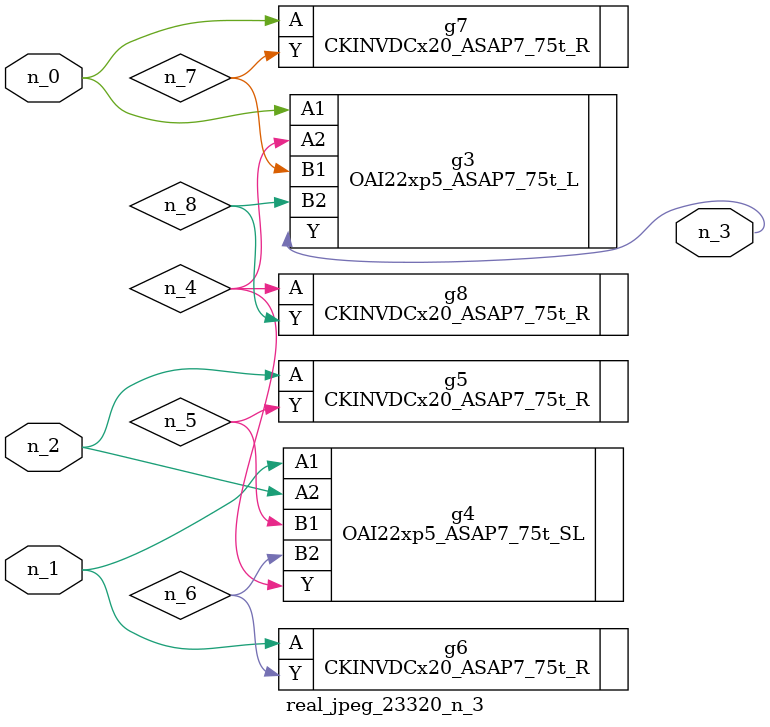
<source format=v>
module real_jpeg_23320_n_3 (n_1, n_0, n_2, n_3);

input n_1;
input n_0;
input n_2;

output n_3;

wire n_5;
wire n_8;
wire n_4;
wire n_6;
wire n_7;

OAI22xp5_ASAP7_75t_L g3 ( 
.A1(n_0),
.A2(n_4),
.B1(n_7),
.B2(n_8),
.Y(n_3)
);

CKINVDCx20_ASAP7_75t_R g7 ( 
.A(n_0),
.Y(n_7)
);

OAI22xp5_ASAP7_75t_SL g4 ( 
.A1(n_1),
.A2(n_2),
.B1(n_5),
.B2(n_6),
.Y(n_4)
);

CKINVDCx20_ASAP7_75t_R g6 ( 
.A(n_1),
.Y(n_6)
);

CKINVDCx20_ASAP7_75t_R g5 ( 
.A(n_2),
.Y(n_5)
);

CKINVDCx20_ASAP7_75t_R g8 ( 
.A(n_4),
.Y(n_8)
);


endmodule
</source>
